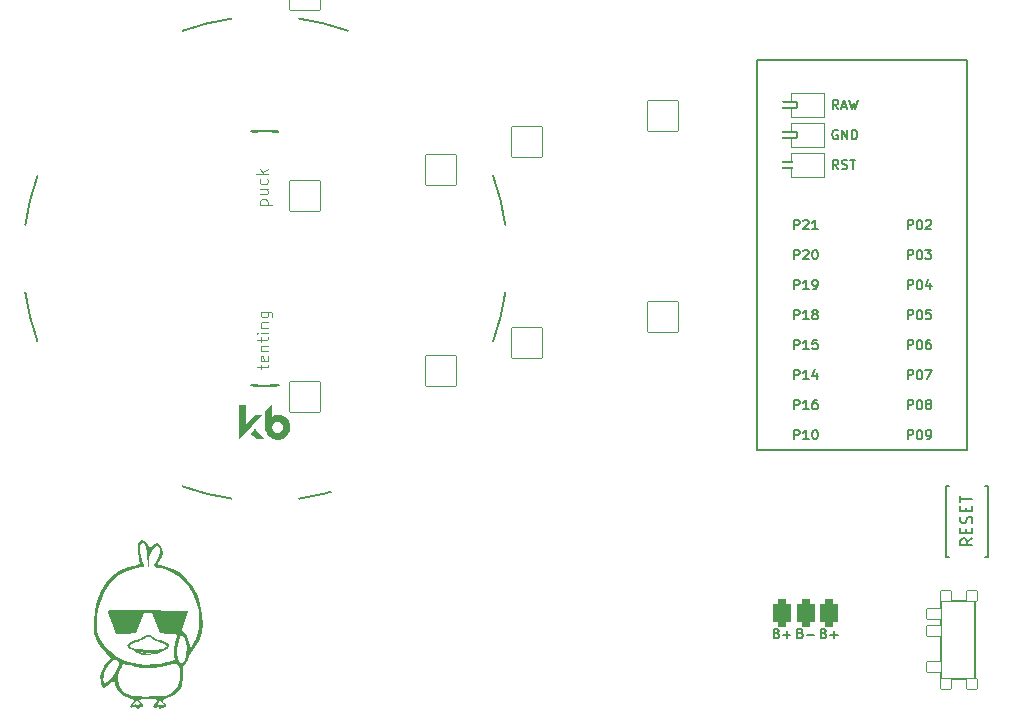
<source format=gto>
%TF.GenerationSoftware,KiCad,Pcbnew,(6.0.4)*%
%TF.CreationDate,2022-05-15T18:09:05+02:00*%
%TF.ProjectId,battoota,62617474-6f6f-4746-912e-6b696361645f,v1.0.0*%
%TF.SameCoordinates,Original*%
%TF.FileFunction,Legend,Top*%
%TF.FilePolarity,Positive*%
%FSLAX46Y46*%
G04 Gerber Fmt 4.6, Leading zero omitted, Abs format (unit mm)*
G04 Created by KiCad (PCBNEW (6.0.4)) date 2022-05-15 18:09:05*
%MOMM*%
%LPD*%
G01*
G04 APERTURE LIST*
G04 Aperture macros list*
%AMRoundRect*
0 Rectangle with rounded corners*
0 $1 Rounding radius*
0 $2 $3 $4 $5 $6 $7 $8 $9 X,Y pos of 4 corners*
0 Add a 4 corners polygon primitive as box body*
4,1,4,$2,$3,$4,$5,$6,$7,$8,$9,$2,$3,0*
0 Add four circle primitives for the rounded corners*
1,1,$1+$1,$2,$3*
1,1,$1+$1,$4,$5*
1,1,$1+$1,$6,$7*
1,1,$1+$1,$8,$9*
0 Add four rect primitives between the rounded corners*
20,1,$1+$1,$2,$3,$4,$5,0*
20,1,$1+$1,$4,$5,$6,$7,0*
20,1,$1+$1,$6,$7,$8,$9,0*
20,1,$1+$1,$8,$9,$2,$3,0*%
%AMFreePoly0*
4,1,16,0.535355,0.785355,0.550000,0.750000,0.550000,-0.750000,0.535355,-0.785355,0.500000,-0.800000,-0.650000,-0.800000,-0.685355,-0.785355,-0.700000,-0.750000,-0.691603,-0.722265,-0.210093,0.000000,-0.691603,0.722265,-0.699029,0.759806,-0.677735,0.791603,-0.650000,0.800000,0.500000,0.800000,0.535355,0.785355,0.535355,0.785355,$1*%
%AMFreePoly1*
4,1,16,0.535355,0.785355,0.541603,0.777735,1.041603,0.027735,1.049029,-0.009806,1.041603,-0.027735,0.541603,-0.777735,0.509806,-0.799029,0.500000,-0.800000,-0.500000,-0.800000,-0.535355,-0.785355,-0.550000,-0.750000,-0.550000,0.750000,-0.535355,0.785355,-0.500000,0.800000,0.500000,0.800000,0.535355,0.785355,0.535355,0.785355,$1*%
G04 Aperture macros list end*
%ADD10C,0.150000*%
%ADD11C,0.100000*%
%ADD12C,0.120000*%
%ADD13C,0.200000*%
%ADD14C,0.010000*%
%ADD15RoundRect,0.375000X-0.375000X-0.750000X0.375000X-0.750000X0.375000X0.750000X-0.375000X0.750000X0*%
%ADD16C,2.000000*%
%ADD17C,1.752600*%
%ADD18RoundRect,0.050000X-0.450000X0.450000X-0.450000X-0.450000X0.450000X-0.450000X0.450000X0.450000X0*%
%ADD19RoundRect,0.050000X-0.625000X0.450000X-0.625000X-0.450000X0.625000X-0.450000X0.625000X0.450000X0*%
%ADD20RoundRect,0.425000X-0.375000X-0.750000X0.375000X-0.750000X0.375000X0.750000X-0.375000X0.750000X0*%
%ADD21C,2.100000*%
%ADD22C,3.100000*%
%ADD23C,1.801800*%
%ADD24C,3.529000*%
%ADD25RoundRect,0.050000X-1.054507X-1.505993X1.505993X-1.054507X1.054507X1.505993X-1.505993X1.054507X0*%
%ADD26C,2.132000*%
%ADD27RoundRect,0.050000X-1.181751X-1.408356X1.408356X-1.181751X1.181751X1.408356X-1.408356X1.181751X0*%
%ADD28RoundRect,0.050000X-1.300000X-1.300000X1.300000X-1.300000X1.300000X1.300000X-1.300000X1.300000X0*%
%ADD29RoundRect,0.050000X-1.738315X-0.598550X0.598550X-1.738315X1.738315X0.598550X-0.598550X1.738315X0*%
%ADD30C,1.100000*%
%ADD31RoundRect,0.050000X-0.863113X-1.623279X1.623279X-0.863113X0.863113X1.623279X-1.623279X0.863113X0*%
%ADD32RoundRect,0.050000X-1.524167X-1.028064X1.028064X-1.524167X1.524167X1.028064X-1.028064X1.524167X0*%
%ADD33C,1.852600*%
%ADD34FreePoly0,180.000000*%
%ADD35RoundRect,0.050000X-0.762000X0.250000X-0.762000X-0.250000X0.762000X-0.250000X0.762000X0.250000X0*%
%ADD36FreePoly1,180.000000*%
%ADD37C,4.500000*%
G04 APERTURE END LIST*
D10*
%TO.C,PAD1*%
X149107300Y56420824D02*
X149221586Y56382729D01*
X149259681Y56344634D01*
X149297776Y56268443D01*
X149297776Y56154158D01*
X149259681Y56077967D01*
X149221586Y56039872D01*
X149145396Y56001777D01*
X148840634Y56001777D01*
X148840634Y56801777D01*
X149107300Y56801777D01*
X149183491Y56763682D01*
X149221586Y56725586D01*
X149259681Y56649396D01*
X149259681Y56573205D01*
X149221586Y56497015D01*
X149183491Y56458920D01*
X149107300Y56420824D01*
X148840634Y56420824D01*
X149640634Y56306539D02*
X150250157Y56306539D01*
X147107300Y56420824D02*
X147221586Y56382729D01*
X147259681Y56344634D01*
X147297776Y56268443D01*
X147297776Y56154158D01*
X147259681Y56077967D01*
X147221586Y56039872D01*
X147145396Y56001777D01*
X146840634Y56001777D01*
X146840634Y56801777D01*
X147107300Y56801777D01*
X147183491Y56763682D01*
X147221586Y56725586D01*
X147259681Y56649396D01*
X147259681Y56573205D01*
X147221586Y56497015D01*
X147183491Y56458920D01*
X147107300Y56420824D01*
X146840634Y56420824D01*
X147640634Y56306539D02*
X148250157Y56306539D01*
X147945396Y56001777D02*
X147945396Y56611301D01*
X151107300Y56420824D02*
X151221586Y56382729D01*
X151259681Y56344634D01*
X151297776Y56268443D01*
X151297776Y56154158D01*
X151259681Y56077967D01*
X151221586Y56039872D01*
X151145396Y56001777D01*
X150840634Y56001777D01*
X150840634Y56801777D01*
X151107300Y56801777D01*
X151183491Y56763682D01*
X151221586Y56725586D01*
X151259681Y56649396D01*
X151259681Y56573205D01*
X151221586Y56497015D01*
X151183491Y56458920D01*
X151107300Y56420824D01*
X150840634Y56420824D01*
X151640634Y56306539D02*
X152250157Y56306539D01*
X151945396Y56001777D02*
X151945396Y56611301D01*
%TO.C,B1*%
X163655571Y64450138D02*
X163179381Y64116804D01*
X163655571Y63878709D02*
X162655571Y63878709D01*
X162655571Y64259661D01*
X162703191Y64354899D01*
X162750810Y64402519D01*
X162846048Y64450138D01*
X162988905Y64450138D01*
X163084143Y64402519D01*
X163131762Y64354899D01*
X163179381Y64259661D01*
X163179381Y63878709D01*
X163131762Y64878709D02*
X163131762Y65212042D01*
X163655571Y65354899D02*
X163655571Y64878709D01*
X162655571Y64878709D01*
X162655571Y65354899D01*
X163607952Y65735852D02*
X163655571Y65878709D01*
X163655571Y66116804D01*
X163607952Y66212042D01*
X163560333Y66259661D01*
X163465095Y66307280D01*
X163369857Y66307280D01*
X163274619Y66259661D01*
X163227000Y66212042D01*
X163179381Y66116804D01*
X163131762Y65926328D01*
X163084143Y65831090D01*
X163036524Y65783471D01*
X162941286Y65735852D01*
X162846048Y65735852D01*
X162750810Y65783471D01*
X162703191Y65831090D01*
X162655571Y65926328D01*
X162655571Y66164423D01*
X162703191Y66307280D01*
X163131762Y66735852D02*
X163131762Y67069185D01*
X163655571Y67212042D02*
X163655571Y66735852D01*
X162655571Y66735852D01*
X162655571Y67212042D01*
X162655571Y67497757D02*
X162655571Y68069185D01*
X163655571Y67783471D02*
X162655571Y67783471D01*
%TO.C,MCU1*%
X158185784Y75380637D02*
X158185784Y76180637D01*
X158490546Y76180637D01*
X158566736Y76142542D01*
X158604832Y76104446D01*
X158642927Y76028256D01*
X158642927Y75913970D01*
X158604832Y75837780D01*
X158566736Y75799684D01*
X158490546Y75761589D01*
X158185784Y75761589D01*
X159138165Y76180637D02*
X159214355Y76180637D01*
X159290546Y76142542D01*
X159328641Y76104446D01*
X159366736Y76028256D01*
X159404832Y75875875D01*
X159404832Y75685399D01*
X159366736Y75533018D01*
X159328641Y75456827D01*
X159290546Y75418732D01*
X159214355Y75380637D01*
X159138165Y75380637D01*
X159061974Y75418732D01*
X159023879Y75456827D01*
X158985784Y75533018D01*
X158947689Y75685399D01*
X158947689Y75875875D01*
X158985784Y76028256D01*
X159023879Y76104446D01*
X159061974Y76142542D01*
X159138165Y76180637D01*
X159861974Y75837780D02*
X159785784Y75875875D01*
X159747689Y75913970D01*
X159709593Y75990161D01*
X159709593Y76028256D01*
X159747689Y76104446D01*
X159785784Y76142542D01*
X159861974Y76180637D01*
X160014355Y76180637D01*
X160090546Y76142542D01*
X160128641Y76104446D01*
X160166736Y76028256D01*
X160166736Y75990161D01*
X160128641Y75913970D01*
X160090546Y75875875D01*
X160014355Y75837780D01*
X159861974Y75837780D01*
X159785784Y75799684D01*
X159747689Y75761589D01*
X159709593Y75685399D01*
X159709593Y75533018D01*
X159747689Y75456827D01*
X159785784Y75418732D01*
X159861974Y75380637D01*
X160014355Y75380637D01*
X160090546Y75418732D01*
X160128641Y75456827D01*
X160166736Y75533018D01*
X160166736Y75685399D01*
X160128641Y75761589D01*
X160090546Y75799684D01*
X160014355Y75837780D01*
X148585784Y90620637D02*
X148585784Y91420637D01*
X148890546Y91420637D01*
X148966736Y91382542D01*
X149004832Y91344446D01*
X149042927Y91268256D01*
X149042927Y91153970D01*
X149004832Y91077780D01*
X148966736Y91039684D01*
X148890546Y91001589D01*
X148585784Y91001589D01*
X149347689Y91344446D02*
X149385784Y91382542D01*
X149461974Y91420637D01*
X149652451Y91420637D01*
X149728641Y91382542D01*
X149766736Y91344446D01*
X149804832Y91268256D01*
X149804832Y91192065D01*
X149766736Y91077780D01*
X149309593Y90620637D01*
X149804832Y90620637D01*
X150566736Y90620637D02*
X150109593Y90620637D01*
X150338165Y90620637D02*
X150338165Y91420637D01*
X150261974Y91306351D01*
X150185784Y91230161D01*
X150109593Y91192065D01*
X148585784Y77920637D02*
X148585784Y78720637D01*
X148890546Y78720637D01*
X148966736Y78682542D01*
X149004832Y78644446D01*
X149042927Y78568256D01*
X149042927Y78453970D01*
X149004832Y78377780D01*
X148966736Y78339684D01*
X148890546Y78301589D01*
X148585784Y78301589D01*
X149804832Y77920637D02*
X149347689Y77920637D01*
X149576260Y77920637D02*
X149576260Y78720637D01*
X149500070Y78606351D01*
X149423879Y78530161D01*
X149347689Y78492065D01*
X150490546Y78453970D02*
X150490546Y77920637D01*
X150300070Y78758732D02*
X150109593Y78187303D01*
X150604832Y78187303D01*
X148585784Y88080637D02*
X148585784Y88880637D01*
X148890546Y88880637D01*
X148966736Y88842542D01*
X149004832Y88804446D01*
X149042927Y88728256D01*
X149042927Y88613970D01*
X149004832Y88537780D01*
X148966736Y88499684D01*
X148890546Y88461589D01*
X148585784Y88461589D01*
X149347689Y88804446D02*
X149385784Y88842542D01*
X149461974Y88880637D01*
X149652451Y88880637D01*
X149728641Y88842542D01*
X149766736Y88804446D01*
X149804832Y88728256D01*
X149804832Y88652065D01*
X149766736Y88537780D01*
X149309593Y88080637D01*
X149804832Y88080637D01*
X150300070Y88880637D02*
X150376260Y88880637D01*
X150452451Y88842542D01*
X150490546Y88804446D01*
X150528641Y88728256D01*
X150566736Y88575875D01*
X150566736Y88385399D01*
X150528641Y88233018D01*
X150490546Y88156827D01*
X150452451Y88118732D01*
X150376260Y88080637D01*
X150300070Y88080637D01*
X150223879Y88118732D01*
X150185784Y88156827D01*
X150147689Y88233018D01*
X150109593Y88385399D01*
X150109593Y88575875D01*
X150147689Y88728256D01*
X150185784Y88804446D01*
X150223879Y88842542D01*
X150300070Y88880637D01*
X152305594Y95700637D02*
X152038928Y96081589D01*
X151848451Y95700637D02*
X151848451Y96500637D01*
X152153213Y96500637D01*
X152229404Y96462542D01*
X152267499Y96424446D01*
X152305594Y96348256D01*
X152305594Y96233970D01*
X152267499Y96157780D01*
X152229404Y96119684D01*
X152153213Y96081589D01*
X151848451Y96081589D01*
X152610356Y95738732D02*
X152724642Y95700637D01*
X152915118Y95700637D01*
X152991309Y95738732D01*
X153029404Y95776827D01*
X153067499Y95853018D01*
X153067499Y95929208D01*
X153029404Y96005399D01*
X152991309Y96043494D01*
X152915118Y96081589D01*
X152762737Y96119684D01*
X152686547Y96157780D01*
X152648451Y96195875D01*
X152610356Y96272065D01*
X152610356Y96348256D01*
X152648451Y96424446D01*
X152686547Y96462542D01*
X152762737Y96500637D01*
X152953213Y96500637D01*
X153067499Y96462542D01*
X153296070Y96500637D02*
X153753213Y96500637D01*
X153524642Y95700637D02*
X153524642Y96500637D01*
X158185784Y72840637D02*
X158185784Y73640637D01*
X158490546Y73640637D01*
X158566736Y73602542D01*
X158604832Y73564446D01*
X158642927Y73488256D01*
X158642927Y73373970D01*
X158604832Y73297780D01*
X158566736Y73259684D01*
X158490546Y73221589D01*
X158185784Y73221589D01*
X159138165Y73640637D02*
X159214355Y73640637D01*
X159290546Y73602542D01*
X159328641Y73564446D01*
X159366736Y73488256D01*
X159404832Y73335875D01*
X159404832Y73145399D01*
X159366736Y72993018D01*
X159328641Y72916827D01*
X159290546Y72878732D01*
X159214355Y72840637D01*
X159138165Y72840637D01*
X159061974Y72878732D01*
X159023879Y72916827D01*
X158985784Y72993018D01*
X158947689Y73145399D01*
X158947689Y73335875D01*
X158985784Y73488256D01*
X159023879Y73564446D01*
X159061974Y73602542D01*
X159138165Y73640637D01*
X159785784Y72840637D02*
X159938165Y72840637D01*
X160014355Y72878732D01*
X160052451Y72916827D01*
X160128641Y73031113D01*
X160166736Y73183494D01*
X160166736Y73488256D01*
X160128641Y73564446D01*
X160090546Y73602542D01*
X160014355Y73640637D01*
X159861974Y73640637D01*
X159785784Y73602542D01*
X159747689Y73564446D01*
X159709593Y73488256D01*
X159709593Y73297780D01*
X159747689Y73221589D01*
X159785784Y73183494D01*
X159861974Y73145399D01*
X160014355Y73145399D01*
X160090546Y73183494D01*
X160128641Y73221589D01*
X160166736Y73297780D01*
X148585784Y75380637D02*
X148585784Y76180637D01*
X148890546Y76180637D01*
X148966736Y76142542D01*
X149004832Y76104446D01*
X149042927Y76028256D01*
X149042927Y75913970D01*
X149004832Y75837780D01*
X148966736Y75799684D01*
X148890546Y75761589D01*
X148585784Y75761589D01*
X149804832Y75380637D02*
X149347689Y75380637D01*
X149576260Y75380637D02*
X149576260Y76180637D01*
X149500070Y76066351D01*
X149423879Y75990161D01*
X149347689Y75952065D01*
X150490546Y76180637D02*
X150338165Y76180637D01*
X150261974Y76142542D01*
X150223879Y76104446D01*
X150147689Y75990161D01*
X150109593Y75837780D01*
X150109593Y75533018D01*
X150147689Y75456827D01*
X150185784Y75418732D01*
X150261974Y75380637D01*
X150414355Y75380637D01*
X150490546Y75418732D01*
X150528641Y75456827D01*
X150566736Y75533018D01*
X150566736Y75723494D01*
X150528641Y75799684D01*
X150490546Y75837780D01*
X150414355Y75875875D01*
X150261974Y75875875D01*
X150185784Y75837780D01*
X150147689Y75799684D01*
X150109593Y75723494D01*
X152305595Y100780637D02*
X152038928Y101161589D01*
X151848452Y100780637D02*
X151848452Y101580637D01*
X152153214Y101580637D01*
X152229404Y101542542D01*
X152267499Y101504446D01*
X152305595Y101428256D01*
X152305595Y101313970D01*
X152267499Y101237780D01*
X152229404Y101199684D01*
X152153214Y101161589D01*
X151848452Y101161589D01*
X152610356Y101009208D02*
X152991309Y101009208D01*
X152534166Y100780637D02*
X152800833Y101580637D01*
X153067499Y100780637D01*
X153257976Y101580637D02*
X153448452Y100780637D01*
X153600833Y101352065D01*
X153753214Y100780637D01*
X153943690Y101580637D01*
X158185784Y90620637D02*
X158185784Y91420637D01*
X158490546Y91420637D01*
X158566736Y91382542D01*
X158604832Y91344446D01*
X158642927Y91268256D01*
X158642927Y91153970D01*
X158604832Y91077780D01*
X158566736Y91039684D01*
X158490546Y91001589D01*
X158185784Y91001589D01*
X159138165Y91420637D02*
X159214355Y91420637D01*
X159290546Y91382542D01*
X159328641Y91344446D01*
X159366736Y91268256D01*
X159404832Y91115875D01*
X159404832Y90925399D01*
X159366736Y90773018D01*
X159328641Y90696827D01*
X159290546Y90658732D01*
X159214355Y90620637D01*
X159138165Y90620637D01*
X159061974Y90658732D01*
X159023879Y90696827D01*
X158985784Y90773018D01*
X158947689Y90925399D01*
X158947689Y91115875D01*
X158985784Y91268256D01*
X159023879Y91344446D01*
X159061974Y91382542D01*
X159138165Y91420637D01*
X159709593Y91344446D02*
X159747689Y91382542D01*
X159823879Y91420637D01*
X160014355Y91420637D01*
X160090546Y91382542D01*
X160128641Y91344446D01*
X160166736Y91268256D01*
X160166736Y91192065D01*
X160128641Y91077780D01*
X159671498Y90620637D01*
X160166736Y90620637D01*
X148585784Y83000637D02*
X148585784Y83800637D01*
X148890546Y83800637D01*
X148966736Y83762542D01*
X149004832Y83724446D01*
X149042927Y83648256D01*
X149042927Y83533970D01*
X149004832Y83457780D01*
X148966736Y83419684D01*
X148890546Y83381589D01*
X148585784Y83381589D01*
X149804832Y83000637D02*
X149347689Y83000637D01*
X149576260Y83000637D02*
X149576260Y83800637D01*
X149500070Y83686351D01*
X149423879Y83610161D01*
X149347689Y83572065D01*
X150261974Y83457780D02*
X150185784Y83495875D01*
X150147689Y83533970D01*
X150109593Y83610161D01*
X150109593Y83648256D01*
X150147689Y83724446D01*
X150185784Y83762542D01*
X150261974Y83800637D01*
X150414355Y83800637D01*
X150490546Y83762542D01*
X150528641Y83724446D01*
X150566736Y83648256D01*
X150566736Y83610161D01*
X150528641Y83533970D01*
X150490546Y83495875D01*
X150414355Y83457780D01*
X150261974Y83457780D01*
X150185784Y83419684D01*
X150147689Y83381589D01*
X150109593Y83305399D01*
X150109593Y83153018D01*
X150147689Y83076827D01*
X150185784Y83038732D01*
X150261974Y83000637D01*
X150414355Y83000637D01*
X150490546Y83038732D01*
X150528641Y83076827D01*
X150566736Y83153018D01*
X150566736Y83305399D01*
X150528641Y83381589D01*
X150490546Y83419684D01*
X150414355Y83457780D01*
X148585784Y72840637D02*
X148585784Y73640637D01*
X148890546Y73640637D01*
X148966736Y73602542D01*
X149004832Y73564446D01*
X149042927Y73488256D01*
X149042927Y73373970D01*
X149004832Y73297780D01*
X148966736Y73259684D01*
X148890546Y73221589D01*
X148585784Y73221589D01*
X149804832Y72840637D02*
X149347689Y72840637D01*
X149576260Y72840637D02*
X149576260Y73640637D01*
X149500070Y73526351D01*
X149423879Y73450161D01*
X149347689Y73412065D01*
X150300070Y73640637D02*
X150376260Y73640637D01*
X150452451Y73602542D01*
X150490546Y73564446D01*
X150528641Y73488256D01*
X150566736Y73335875D01*
X150566736Y73145399D01*
X150528641Y72993018D01*
X150490546Y72916827D01*
X150452451Y72878732D01*
X150376260Y72840637D01*
X150300070Y72840637D01*
X150223879Y72878732D01*
X150185784Y72916827D01*
X150147689Y72993018D01*
X150109593Y73145399D01*
X150109593Y73335875D01*
X150147689Y73488256D01*
X150185784Y73564446D01*
X150223879Y73602542D01*
X150300070Y73640637D01*
X158185784Y88080637D02*
X158185784Y88880637D01*
X158490546Y88880637D01*
X158566736Y88842542D01*
X158604832Y88804446D01*
X158642927Y88728256D01*
X158642927Y88613970D01*
X158604832Y88537780D01*
X158566736Y88499684D01*
X158490546Y88461589D01*
X158185784Y88461589D01*
X159138165Y88880637D02*
X159214355Y88880637D01*
X159290546Y88842542D01*
X159328641Y88804446D01*
X159366736Y88728256D01*
X159404832Y88575875D01*
X159404832Y88385399D01*
X159366736Y88233018D01*
X159328641Y88156827D01*
X159290546Y88118732D01*
X159214355Y88080637D01*
X159138165Y88080637D01*
X159061974Y88118732D01*
X159023879Y88156827D01*
X158985784Y88233018D01*
X158947689Y88385399D01*
X158947689Y88575875D01*
X158985784Y88728256D01*
X159023879Y88804446D01*
X159061974Y88842542D01*
X159138165Y88880637D01*
X159671498Y88880637D02*
X160166736Y88880637D01*
X159900070Y88575875D01*
X160014355Y88575875D01*
X160090546Y88537780D01*
X160128641Y88499684D01*
X160166736Y88423494D01*
X160166736Y88233018D01*
X160128641Y88156827D01*
X160090546Y88118732D01*
X160014355Y88080637D01*
X159785784Y88080637D01*
X159709593Y88118732D01*
X159671498Y88156827D01*
X158185784Y77920637D02*
X158185784Y78720637D01*
X158490546Y78720637D01*
X158566736Y78682542D01*
X158604832Y78644446D01*
X158642927Y78568256D01*
X158642927Y78453970D01*
X158604832Y78377780D01*
X158566736Y78339684D01*
X158490546Y78301589D01*
X158185784Y78301589D01*
X159138165Y78720637D02*
X159214355Y78720637D01*
X159290546Y78682542D01*
X159328641Y78644446D01*
X159366736Y78568256D01*
X159404832Y78415875D01*
X159404832Y78225399D01*
X159366736Y78073018D01*
X159328641Y77996827D01*
X159290546Y77958732D01*
X159214355Y77920637D01*
X159138165Y77920637D01*
X159061974Y77958732D01*
X159023879Y77996827D01*
X158985784Y78073018D01*
X158947689Y78225399D01*
X158947689Y78415875D01*
X158985784Y78568256D01*
X159023879Y78644446D01*
X159061974Y78682542D01*
X159138165Y78720637D01*
X159671498Y78720637D02*
X160204832Y78720637D01*
X159861974Y77920637D01*
X148585784Y85540637D02*
X148585784Y86340637D01*
X148890546Y86340637D01*
X148966736Y86302542D01*
X149004832Y86264446D01*
X149042927Y86188256D01*
X149042927Y86073970D01*
X149004832Y85997780D01*
X148966736Y85959684D01*
X148890546Y85921589D01*
X148585784Y85921589D01*
X149804832Y85540637D02*
X149347689Y85540637D01*
X149576260Y85540637D02*
X149576260Y86340637D01*
X149500070Y86226351D01*
X149423879Y86150161D01*
X149347689Y86112065D01*
X150185784Y85540637D02*
X150338165Y85540637D01*
X150414355Y85578732D01*
X150452451Y85616827D01*
X150528641Y85731113D01*
X150566736Y85883494D01*
X150566736Y86188256D01*
X150528641Y86264446D01*
X150490546Y86302542D01*
X150414355Y86340637D01*
X150261974Y86340637D01*
X150185784Y86302542D01*
X150147689Y86264446D01*
X150109593Y86188256D01*
X150109593Y85997780D01*
X150147689Y85921589D01*
X150185784Y85883494D01*
X150261974Y85845399D01*
X150414355Y85845399D01*
X150490546Y85883494D01*
X150528641Y85921589D01*
X150566736Y85997780D01*
X152248452Y99002542D02*
X152172261Y99040637D01*
X152057976Y99040637D01*
X151943690Y99002542D01*
X151867499Y98926351D01*
X151829404Y98850161D01*
X151791309Y98697780D01*
X151791309Y98583494D01*
X151829404Y98431113D01*
X151867499Y98354922D01*
X151943690Y98278732D01*
X152057976Y98240637D01*
X152134166Y98240637D01*
X152248452Y98278732D01*
X152286547Y98316827D01*
X152286547Y98583494D01*
X152134166Y98583494D01*
X152629404Y98240637D02*
X152629404Y99040637D01*
X153086547Y98240637D01*
X153086547Y99040637D01*
X153467499Y98240637D02*
X153467499Y99040637D01*
X153657976Y99040637D01*
X153772261Y99002542D01*
X153848452Y98926351D01*
X153886547Y98850161D01*
X153924642Y98697780D01*
X153924642Y98583494D01*
X153886547Y98431113D01*
X153848452Y98354922D01*
X153772261Y98278732D01*
X153657976Y98240637D01*
X153467499Y98240637D01*
X158185784Y85540637D02*
X158185784Y86340637D01*
X158490546Y86340637D01*
X158566736Y86302542D01*
X158604832Y86264446D01*
X158642927Y86188256D01*
X158642927Y86073970D01*
X158604832Y85997780D01*
X158566736Y85959684D01*
X158490546Y85921589D01*
X158185784Y85921589D01*
X159138165Y86340637D02*
X159214355Y86340637D01*
X159290546Y86302542D01*
X159328641Y86264446D01*
X159366736Y86188256D01*
X159404832Y86035875D01*
X159404832Y85845399D01*
X159366736Y85693018D01*
X159328641Y85616827D01*
X159290546Y85578732D01*
X159214355Y85540637D01*
X159138165Y85540637D01*
X159061974Y85578732D01*
X159023879Y85616827D01*
X158985784Y85693018D01*
X158947689Y85845399D01*
X158947689Y86035875D01*
X158985784Y86188256D01*
X159023879Y86264446D01*
X159061974Y86302542D01*
X159138165Y86340637D01*
X160090546Y86073970D02*
X160090546Y85540637D01*
X159900070Y86378732D02*
X159709593Y85807303D01*
X160204832Y85807303D01*
X158185784Y83000637D02*
X158185784Y83800637D01*
X158490546Y83800637D01*
X158566736Y83762542D01*
X158604832Y83724446D01*
X158642927Y83648256D01*
X158642927Y83533970D01*
X158604832Y83457780D01*
X158566736Y83419684D01*
X158490546Y83381589D01*
X158185784Y83381589D01*
X159138165Y83800637D02*
X159214355Y83800637D01*
X159290546Y83762542D01*
X159328641Y83724446D01*
X159366736Y83648256D01*
X159404832Y83495875D01*
X159404832Y83305399D01*
X159366736Y83153018D01*
X159328641Y83076827D01*
X159290546Y83038732D01*
X159214355Y83000637D01*
X159138165Y83000637D01*
X159061974Y83038732D01*
X159023879Y83076827D01*
X158985784Y83153018D01*
X158947689Y83305399D01*
X158947689Y83495875D01*
X158985784Y83648256D01*
X159023879Y83724446D01*
X159061974Y83762542D01*
X159138165Y83800637D01*
X160128641Y83800637D02*
X159747689Y83800637D01*
X159709593Y83419684D01*
X159747689Y83457780D01*
X159823879Y83495875D01*
X160014355Y83495875D01*
X160090546Y83457780D01*
X160128641Y83419684D01*
X160166736Y83343494D01*
X160166736Y83153018D01*
X160128641Y83076827D01*
X160090546Y83038732D01*
X160014355Y83000637D01*
X159823879Y83000637D01*
X159747689Y83038732D01*
X159709593Y83076827D01*
X148585784Y80460637D02*
X148585784Y81260637D01*
X148890546Y81260637D01*
X148966736Y81222542D01*
X149004832Y81184446D01*
X149042927Y81108256D01*
X149042927Y80993970D01*
X149004832Y80917780D01*
X148966736Y80879684D01*
X148890546Y80841589D01*
X148585784Y80841589D01*
X149804832Y80460637D02*
X149347689Y80460637D01*
X149576260Y80460637D02*
X149576260Y81260637D01*
X149500070Y81146351D01*
X149423879Y81070161D01*
X149347689Y81032065D01*
X150528641Y81260637D02*
X150147689Y81260637D01*
X150109593Y80879684D01*
X150147689Y80917780D01*
X150223879Y80955875D01*
X150414355Y80955875D01*
X150490546Y80917780D01*
X150528641Y80879684D01*
X150566736Y80803494D01*
X150566736Y80613018D01*
X150528641Y80536827D01*
X150490546Y80498732D01*
X150414355Y80460637D01*
X150223879Y80460637D01*
X150147689Y80498732D01*
X150109593Y80536827D01*
X158185784Y80460637D02*
X158185784Y81260637D01*
X158490546Y81260637D01*
X158566736Y81222542D01*
X158604832Y81184446D01*
X158642927Y81108256D01*
X158642927Y80993970D01*
X158604832Y80917780D01*
X158566736Y80879684D01*
X158490546Y80841589D01*
X158185784Y80841589D01*
X159138165Y81260637D02*
X159214355Y81260637D01*
X159290546Y81222542D01*
X159328641Y81184446D01*
X159366736Y81108256D01*
X159404832Y80955875D01*
X159404832Y80765399D01*
X159366736Y80613018D01*
X159328641Y80536827D01*
X159290546Y80498732D01*
X159214355Y80460637D01*
X159138165Y80460637D01*
X159061974Y80498732D01*
X159023879Y80536827D01*
X158985784Y80613018D01*
X158947689Y80765399D01*
X158947689Y80955875D01*
X158985784Y81108256D01*
X159023879Y81184446D01*
X159061974Y81222542D01*
X159138165Y81260637D01*
X160090546Y81260637D02*
X159938165Y81260637D01*
X159861974Y81222542D01*
X159823879Y81184446D01*
X159747689Y81070161D01*
X159709593Y80917780D01*
X159709593Y80613018D01*
X159747689Y80536827D01*
X159785784Y80498732D01*
X159861974Y80460637D01*
X160014355Y80460637D01*
X160090546Y80498732D01*
X160128641Y80536827D01*
X160166736Y80613018D01*
X160166736Y80803494D01*
X160128641Y80879684D01*
X160090546Y80917780D01*
X160014355Y80955875D01*
X159861974Y80955875D01*
X159785784Y80917780D01*
X159747689Y80879684D01*
X159709593Y80803494D01*
D11*
%TO.C,REF\u002A\u002A*%
X103392434Y78783427D02*
X103392434Y79164379D01*
X103059100Y78926284D02*
X103916243Y78926284D01*
X104011481Y78973903D01*
X104059100Y79069141D01*
X104059100Y79164379D01*
X104011481Y79878665D02*
X104059100Y79783427D01*
X104059100Y79592950D01*
X104011481Y79497712D01*
X103916243Y79450093D01*
X103535291Y79450093D01*
X103440053Y79497712D01*
X103392434Y79592950D01*
X103392434Y79783427D01*
X103440053Y79878665D01*
X103535291Y79926284D01*
X103630529Y79926284D01*
X103725767Y79450093D01*
X103392434Y80354855D02*
X104059100Y80354855D01*
X103487672Y80354855D02*
X103440053Y80402474D01*
X103392434Y80497712D01*
X103392434Y80640569D01*
X103440053Y80735807D01*
X103535291Y80783427D01*
X104059100Y80783427D01*
X103392434Y81116760D02*
X103392434Y81497712D01*
X103059100Y81259617D02*
X103916243Y81259617D01*
X104011481Y81307236D01*
X104059100Y81402474D01*
X104059100Y81497712D01*
X104059100Y81831046D02*
X103392434Y81831046D01*
X103059100Y81831046D02*
X103106720Y81783427D01*
X103154339Y81831046D01*
X103106720Y81878665D01*
X103059100Y81831046D01*
X103154339Y81831046D01*
X103392434Y82307236D02*
X104059100Y82307236D01*
X103487672Y82307236D02*
X103440053Y82354855D01*
X103392434Y82450093D01*
X103392434Y82592950D01*
X103440053Y82688188D01*
X103535291Y82735807D01*
X104059100Y82735807D01*
X103392434Y83640569D02*
X104201958Y83640569D01*
X104297196Y83592950D01*
X104344815Y83545331D01*
X104392434Y83450093D01*
X104392434Y83307236D01*
X104344815Y83211998D01*
X104011481Y83640569D02*
X104059100Y83545331D01*
X104059100Y83354855D01*
X104011481Y83259617D01*
X103963862Y83211998D01*
X103868624Y83164379D01*
X103582910Y83164379D01*
X103487672Y83211998D01*
X103440053Y83259617D01*
X103392434Y83354855D01*
X103392434Y83545331D01*
X103440053Y83640569D01*
X103328934Y92673927D02*
X104328934Y92673927D01*
X103376553Y92673927D02*
X103328934Y92769165D01*
X103328934Y92959641D01*
X103376553Y93054879D01*
X103424172Y93102498D01*
X103519410Y93150117D01*
X103805124Y93150117D01*
X103900362Y93102498D01*
X103947981Y93054879D01*
X103995600Y92959641D01*
X103995600Y92769165D01*
X103947981Y92673927D01*
X103328934Y94007260D02*
X103995600Y94007260D01*
X103328934Y93578688D02*
X103852743Y93578688D01*
X103947981Y93626307D01*
X103995600Y93721546D01*
X103995600Y93864403D01*
X103947981Y93959641D01*
X103900362Y94007260D01*
X103947981Y94912022D02*
X103995600Y94816784D01*
X103995600Y94626307D01*
X103947981Y94531069D01*
X103900362Y94483450D01*
X103805124Y94435831D01*
X103519410Y94435831D01*
X103424172Y94483450D01*
X103376553Y94531069D01*
X103328934Y94626307D01*
X103328934Y94816784D01*
X103376553Y94912022D01*
X103995600Y95340593D02*
X102995600Y95340593D01*
X103614648Y95435831D02*
X103995600Y95721546D01*
X103328934Y95721546D02*
X103709886Y95340593D01*
D10*
%TO.C,T1*%
X163850140Y59144619D02*
X161000140Y59144619D01*
X163850140Y53894619D02*
X163850140Y57794619D01*
X161000140Y59144619D02*
X161000140Y52544619D01*
X163850140Y55844619D02*
X163850140Y52544619D01*
X161000140Y52544619D02*
X163850140Y52544619D01*
X163850140Y55844619D02*
X163850140Y59144619D01*
%TO.C,B1*%
X161453191Y62902519D02*
X161453191Y68902519D01*
X164953191Y62902519D02*
X164953191Y68902519D01*
X161453191Y68902519D02*
X161703191Y68902519D01*
X164953191Y62902519D02*
X164703191Y62902519D01*
X164953191Y68902519D02*
X164703191Y68902519D01*
X161453191Y62902519D02*
X161703191Y62902519D01*
%TO.C,G\u002A\u002A\u002A*%
G36*
X92883978Y54811439D02*
G01*
X92740255Y54880814D01*
X92407058Y55056231D01*
X92211599Y55193916D01*
X92131416Y55310999D01*
X92130646Y55316839D01*
X92306885Y55316839D01*
X92323310Y55295956D01*
X92503738Y55201096D01*
X92814003Y55123189D01*
X93215242Y55064583D01*
X93668589Y55027628D01*
X94135180Y55014670D01*
X94576151Y55028060D01*
X94952637Y55070144D01*
X95174422Y55123679D01*
X95401772Y55233273D01*
X95460472Y55348492D01*
X95351061Y55468035D01*
X95074080Y55590598D01*
X94966078Y55625429D01*
X94664565Y55735323D01*
X94407590Y55860367D01*
X94283288Y55946404D01*
X94021677Y56093383D01*
X93736622Y56076183D01*
X93509613Y55948664D01*
X93306784Y55830100D01*
X93019752Y55709005D01*
X92844401Y55651219D01*
X92514387Y55534275D01*
X92332107Y55420696D01*
X92306885Y55316839D01*
X92130646Y55316839D01*
X92126422Y55348860D01*
X92205522Y55535943D01*
X92420663Y55696920D01*
X92738600Y55809825D01*
X92858300Y55832470D01*
X93154436Y55920791D01*
X93435028Y56068739D01*
X93454272Y56082600D01*
X93752550Y56247693D01*
X94019947Y56257391D01*
X94293936Y56111220D01*
X94343195Y56071400D01*
X94555160Y55931295D01*
X94751676Y55860051D01*
X94778751Y55857874D01*
X94966352Y55822347D01*
X95222502Y55735067D01*
X95328663Y55689960D01*
X95559074Y55566867D01*
X95659234Y55452976D01*
X95667330Y55340633D01*
X95591473Y55163612D01*
X95513088Y55091950D01*
X95111759Y54891462D01*
X94805697Y54759395D01*
X94543443Y54679643D01*
X94273536Y54636100D01*
X93989088Y54614958D01*
X93653008Y54603783D01*
X93402897Y54622991D01*
X93169604Y54687303D01*
X93109985Y54713214D01*
X93673799Y54713214D01*
X93780173Y54699930D01*
X93904422Y54697460D01*
X94087543Y54704065D01*
X94137812Y54720951D01*
X94094922Y54734152D01*
X93848204Y54748159D01*
X93713922Y54734152D01*
X93673799Y54713214D01*
X93109985Y54713214D01*
X92957906Y54779309D01*
X93263810Y54779309D01*
X93347033Y54765751D01*
X93456847Y54781317D01*
X93458158Y54810219D01*
X93344841Y54830431D01*
X93295880Y54816903D01*
X93263810Y54779309D01*
X92957906Y54779309D01*
X92883978Y54811439D01*
G37*
G36*
X94497088Y50503045D02*
G01*
X94643295Y50652401D01*
X94666692Y50756195D01*
X94555768Y50821445D01*
X94299012Y50855169D01*
X93904422Y50864400D01*
X93568863Y50857043D01*
X93308698Y50837338D01*
X93161697Y50808830D01*
X93142422Y50792855D01*
X93199034Y50688346D01*
X93311755Y50568066D01*
X93447142Y50400898D01*
X93476988Y50265739D01*
X93400694Y50201812D01*
X93317223Y50210169D01*
X93160615Y50195335D01*
X93108213Y50135377D01*
X93006711Y50026556D01*
X92885968Y50061683D01*
X92834968Y50143183D01*
X92754841Y50223695D01*
X92631524Y50185516D01*
X92462694Y50111812D01*
X92392654Y50148018D01*
X92380422Y50271016D01*
X92421728Y50379808D01*
X92582791Y50379808D01*
X92677340Y50385158D01*
X92749034Y50430786D01*
X92849174Y50473905D01*
X92916959Y50373574D01*
X92929388Y50337018D01*
X92980358Y50214712D01*
X93017398Y50247358D01*
X93029700Y50288207D01*
X93124266Y50392124D01*
X93211226Y50386159D01*
X93282980Y50379386D01*
X93221385Y50454321D01*
X93173785Y50496685D01*
X93022640Y50657352D01*
X92947636Y50779733D01*
X92909598Y50852446D01*
X92895106Y50761545D01*
X92821498Y50610467D01*
X92711837Y50521852D01*
X92594181Y50433079D01*
X92582791Y50379808D01*
X92421728Y50379808D01*
X92447013Y50446405D01*
X92549755Y50545382D01*
X92693986Y50671444D01*
X92682018Y50778173D01*
X92509132Y50871978D01*
X92258894Y50940441D01*
X91805541Y51124714D01*
X91433524Y51442555D01*
X91170096Y51867066D01*
X91092709Y52091419D01*
X90991439Y52470057D01*
X90775764Y52332967D01*
X90561682Y52165937D01*
X90369908Y51974638D01*
X90179727Y51753400D01*
X90000313Y51965066D01*
X89869742Y52239974D01*
X89848473Y52501801D01*
X90095204Y52501801D01*
X90102772Y52276291D01*
X90139765Y52147704D01*
X90163941Y52134400D01*
X90256374Y52188909D01*
X90430173Y52331426D01*
X90603135Y52489954D01*
X91293284Y52489954D01*
X91375226Y52110208D01*
X91476501Y51873648D01*
X91654061Y51601911D01*
X91877885Y51393116D01*
X92168936Y51241165D01*
X92548174Y51139962D01*
X93036561Y51083409D01*
X93655058Y51065408D01*
X94226220Y51073792D01*
X94708800Y51090617D01*
X95060360Y51114249D01*
X95319209Y51150426D01*
X95523658Y51204883D01*
X95712015Y51283357D01*
X95750220Y51301989D01*
X96123921Y51577407D01*
X96396496Y51966219D01*
X96555900Y52437813D01*
X96590089Y52961576D01*
X96540529Y53310769D01*
X96455508Y53618649D01*
X96347306Y53796201D01*
X96181045Y53859979D01*
X95921846Y53826536D01*
X95630184Y53742813D01*
X94953530Y53587774D01*
X94197082Y53510253D01*
X93433171Y53513392D01*
X92734127Y53600336D01*
X92668971Y53614115D01*
X92335075Y53693216D01*
X92053420Y53769503D01*
X91875159Y53828891D01*
X91854808Y53838335D01*
X91752825Y53860391D01*
X91681082Y53771888D01*
X91623707Y53593361D01*
X91533656Y53336287D01*
X91426116Y53126554D01*
X91411179Y53105450D01*
X91304319Y52839623D01*
X91293284Y52489954D01*
X90603135Y52489954D01*
X90635426Y52519550D01*
X90866152Y52778902D01*
X91090809Y53095367D01*
X91281265Y53421544D01*
X91409387Y53710034D01*
X91448261Y53889059D01*
X91380701Y53995723D01*
X91215710Y54113267D01*
X91203142Y54119902D01*
X91054781Y54186990D01*
X90944970Y54184016D01*
X90822020Y54091411D01*
X90654733Y53912295D01*
X90448858Y53651510D01*
X90275909Y53376808D01*
X90223346Y53268946D01*
X90158061Y53047223D01*
X90114491Y52775143D01*
X90095204Y52501801D01*
X89848473Y52501801D01*
X89840202Y52603612D01*
X89902370Y53016274D01*
X90046922Y53438258D01*
X90264536Y53829856D01*
X90504870Y54113825D01*
X90761494Y54357583D01*
X90302999Y54776621D01*
X89826443Y55321596D01*
X89567296Y55759042D01*
X89447141Y56012240D01*
X89368080Y56220018D01*
X89321752Y56429518D01*
X89299794Y56687883D01*
X89293841Y57042258D01*
X89294371Y57297579D01*
X89297495Y57341400D01*
X89553696Y57341400D01*
X89557400Y56928222D01*
X89578822Y56628157D01*
X89627684Y56385171D01*
X89713705Y56143232D01*
X89792844Y55962855D01*
X90136304Y55401988D01*
X90621028Y54892268D01*
X91222119Y54452211D01*
X91914683Y54100333D01*
X92603812Y53872265D01*
X93082786Y53794861D01*
X93663314Y53766986D01*
X94285788Y53786196D01*
X94890603Y53850046D01*
X95418152Y53956093D01*
X95543239Y53992802D01*
X96123723Y54178753D01*
X96070295Y54617077D01*
X96079465Y55080285D01*
X96325881Y55080285D01*
X96327710Y54677744D01*
X96375168Y54316992D01*
X96467775Y54056944D01*
X96475134Y54045253D01*
X96628143Y53811733D01*
X96826284Y53997877D01*
X96966130Y54193782D01*
X97086957Y54469968D01*
X97121864Y54590190D01*
X97176721Y55146150D01*
X97084261Y55689335D01*
X96907681Y56083336D01*
X96784247Y56274447D01*
X96713207Y56333717D01*
X96666647Y56278387D01*
X96652846Y56240733D01*
X96579443Y56050036D01*
X96475242Y55806585D01*
X96461032Y55775066D01*
X96370162Y55465698D01*
X96325881Y55080285D01*
X96079465Y55080285D01*
X96082096Y55213210D01*
X96150582Y55521066D01*
X96262396Y55901980D01*
X96322245Y56147438D01*
X96311960Y56287910D01*
X96213374Y56353867D01*
X96008320Y56375778D01*
X95678630Y56384113D01*
X95635186Y56385469D01*
X94892188Y56410066D01*
X94545362Y57256733D01*
X94198535Y58103400D01*
X93537991Y58103400D01*
X92844243Y56410066D01*
X91992187Y56386102D01*
X91140130Y56362137D01*
X90785489Y57302541D01*
X90651479Y57677144D01*
X90550559Y57997120D01*
X90492705Y58227962D01*
X90487272Y58334241D01*
X90565612Y58358671D01*
X90770969Y58376347D01*
X91110443Y58387339D01*
X91591135Y58391713D01*
X92220147Y58389538D01*
X93004578Y58380882D01*
X93892620Y58366851D01*
X94628610Y58353119D01*
X95310377Y58338793D01*
X95919653Y58324376D01*
X96438166Y58310372D01*
X96847646Y58297287D01*
X97129824Y58285624D01*
X97266428Y58275889D01*
X97276286Y58273424D01*
X97264632Y58184166D01*
X97205275Y57971704D01*
X97108818Y57671815D01*
X97032008Y57449106D01*
X96752989Y56659530D01*
X96977731Y56434787D01*
X97139512Y56205119D01*
X97287131Y55877216D01*
X97345176Y55696772D01*
X97487878Y55183498D01*
X97700397Y55496248D01*
X97963013Y55953635D01*
X98127499Y56429344D01*
X98208157Y56975786D01*
X98222422Y57409186D01*
X98153236Y58317446D01*
X97951835Y59154138D01*
X97627455Y59906649D01*
X97189332Y60562370D01*
X96646702Y61108689D01*
X96008799Y61532995D01*
X95284861Y61822677D01*
X94928718Y61906649D01*
X94599418Y61983285D01*
X94428121Y62077514D01*
X94403843Y62217712D01*
X94515598Y62432257D01*
X94652421Y62620354D01*
X94830072Y62942212D01*
X94878088Y63278409D01*
X94844099Y63599871D01*
X94740227Y63769180D01*
X94563612Y63789686D01*
X94470459Y63756294D01*
X94256563Y63572819D01*
X94090860Y63257823D01*
X93987793Y62845723D01*
X93961254Y62542942D01*
X93942369Y62227069D01*
X93913023Y62069667D01*
X93879665Y62060719D01*
X93848740Y62190208D01*
X93826695Y62448119D01*
X93819755Y62762786D01*
X93794031Y63302679D01*
X93718779Y63706619D01*
X93596879Y63965572D01*
X93431210Y64070503D01*
X93402355Y64072400D01*
X93240506Y63997740D01*
X93178928Y63867659D01*
X93168326Y63649227D01*
X93203966Y63327445D01*
X93275583Y62958591D01*
X93372909Y62598940D01*
X93448998Y62387233D01*
X93520542Y62193920D01*
X93546125Y62082449D01*
X93543788Y62074878D01*
X93455295Y62047212D01*
X93243659Y61996299D01*
X92951733Y61932349D01*
X92901052Y61921718D01*
X92094895Y61683228D01*
X91407043Y61325848D01*
X90829831Y60843852D01*
X90355594Y60231511D01*
X90150404Y59866170D01*
X89844649Y59165956D01*
X89655204Y58486382D01*
X89565908Y57759066D01*
X89553696Y57341400D01*
X89297495Y57341400D01*
X89363677Y58269694D01*
X89557951Y59160199D01*
X89870025Y59958686D01*
X90292730Y60654747D01*
X90818899Y61237974D01*
X91441364Y61697957D01*
X92152957Y62024288D01*
X92640005Y62155797D01*
X92910572Y62216488D01*
X93107206Y62270853D01*
X93176676Y62300432D01*
X93180759Y62399663D01*
X93145166Y62609747D01*
X93097975Y62806337D01*
X92993959Y63324682D01*
X92978234Y63751062D01*
X93050080Y64065427D01*
X93148207Y64204636D01*
X93288440Y64307755D01*
X93415811Y64302972D01*
X93550374Y64235849D01*
X93757738Y64062353D01*
X93889118Y63876231D01*
X94000814Y63643880D01*
X94255447Y63858140D01*
X94465557Y64016970D01*
X94614991Y64056293D01*
X94762434Y63976714D01*
X94881937Y63864582D01*
X95052086Y63582213D01*
X95095465Y63231293D01*
X95012346Y62855224D01*
X94873903Y62592622D01*
X94750576Y62399963D01*
X94685927Y62277032D01*
X94683403Y62256510D01*
X94773050Y62230420D01*
X94979276Y62181344D01*
X95193103Y62133920D01*
X95946464Y61887855D01*
X96621090Y61496722D01*
X97208237Y60969645D01*
X97699161Y60315748D01*
X98085118Y59544155D01*
X98301239Y58890731D01*
X98476901Y58009790D01*
X98519445Y57191338D01*
X98430843Y56447007D01*
X98213068Y55788428D01*
X97868093Y55227231D01*
X97637308Y54976059D01*
X97473252Y54785159D01*
X97382263Y54611451D01*
X97375755Y54570520D01*
X97333745Y54375923D01*
X97229657Y54132103D01*
X97096407Y53901142D01*
X96966910Y53745125D01*
X96923569Y53717622D01*
X96862620Y53652314D01*
X96826491Y53494962D01*
X96811185Y53217437D01*
X96810852Y52924013D01*
X96806347Y52515991D01*
X96776410Y52219573D01*
X96711941Y51977819D01*
X96628666Y51784018D01*
X96338971Y51371594D01*
X95938500Y51071362D01*
X95461927Y50909110D01*
X95449588Y50907085D01*
X95193056Y50836684D01*
X95098588Y50736465D01*
X95168749Y50611297D01*
X95259088Y50545382D01*
X95394479Y50409715D01*
X95419029Y50274923D01*
X95330265Y50193370D01*
X95276022Y50187066D01*
X95084469Y50130817D01*
X95016322Y50081233D01*
X94911884Y50026348D01*
X94806703Y50114193D01*
X94795850Y50128633D01*
X94684763Y50221542D01*
X94627219Y50192133D01*
X94510362Y50109045D01*
X94383563Y50127496D01*
X94327755Y50230229D01*
X94363786Y50319728D01*
X94534456Y50319728D01*
X94548861Y50309933D01*
X94611115Y50354962D01*
X94740775Y50428040D01*
X94827524Y50366648D01*
X94862211Y50310067D01*
X94937077Y50200571D01*
X94974362Y50237014D01*
X94986321Y50288207D01*
X95072375Y50393271D01*
X95158559Y50389280D01*
X95217430Y50391348D01*
X95130255Y50474349D01*
X95110922Y50488967D01*
X94967179Y50640336D01*
X94913737Y50768893D01*
X94899684Y50857263D01*
X94860890Y50780451D01*
X94860628Y50779733D01*
X94774293Y50627497D01*
X94634478Y50443629D01*
X94534456Y50319728D01*
X94363786Y50319728D01*
X94387506Y50378647D01*
X94497088Y50503045D01*
G37*
D12*
%TO.C,MCU1*%
X151118690Y99602542D02*
X151118690Y97602542D01*
X148318690Y99602542D02*
X151118690Y99602542D01*
X148318690Y97062542D02*
X151118690Y97062542D01*
D10*
X163247213Y104952542D02*
X145467213Y104952542D01*
D12*
X148318690Y102142542D02*
X151118690Y102142542D01*
X151118690Y97062542D02*
X151118690Y95062542D01*
X148318690Y97602542D02*
X148318690Y98272542D01*
X148318690Y95062542D02*
X148318690Y95747542D01*
X151118690Y95062542D02*
X148318690Y95062542D01*
X151118690Y102142542D02*
X151118690Y100142542D01*
D10*
X145467213Y71932542D02*
X163247213Y71932542D01*
D12*
X148318690Y96397542D02*
X148318690Y97062542D01*
X148318690Y101472542D02*
X148318690Y102142542D01*
D10*
X145467213Y104952542D02*
X145467213Y71932542D01*
D12*
X151118690Y100142542D02*
X148318690Y100142542D01*
D10*
X163247213Y71932542D02*
X163247213Y104952542D01*
D12*
X148318690Y98922542D02*
X148318690Y99602542D01*
X151118690Y97602542D02*
X148318690Y97602542D01*
X148318690Y100142542D02*
X148318690Y100822542D01*
D13*
%TO.C,REF\u002A\u002A*%
X124117220Y90998927D02*
G75*
G03*
X123083355Y95149472I-20320019J-2857506D01*
G01*
X104925605Y98877290D02*
G75*
G03*
X103797220Y98936427I-1128385J-10735763D01*
G01*
X102587299Y77432504D02*
G75*
G03*
X103715684Y77373368I1128379J10735785D01*
G01*
X96789174Y68855292D02*
G75*
G03*
X100939720Y67821427I7008046J19286135D01*
G01*
X102668835Y77405563D02*
G75*
G03*
X103797220Y77346427I1128379J10735785D01*
G01*
X83477220Y85283927D02*
G75*
G03*
X84511086Y81133380I20319953J2857490D01*
G01*
X103715684Y77373368D02*
G75*
G03*
X104844069Y77432504I6J10794921D01*
G01*
X100939720Y108461427D02*
G75*
G03*
X96789172Y107427561I2857496J-20319983D01*
G01*
X104844069Y98904232D02*
G75*
G03*
X103715684Y98963368I-1128379J-10735785D01*
G01*
X103715684Y98963368D02*
G75*
G03*
X102587299Y98904232I-6J-10794921D01*
G01*
X123083355Y81133381D02*
G75*
G03*
X124117220Y85283927I-19286185J7008058D01*
G01*
X106654720Y67821427D02*
G75*
G03*
X110805267Y68855293I-2857500J20320000D01*
G01*
X84511086Y95149475D02*
G75*
G03*
X83477220Y90998927I19286117J-7008044D01*
G01*
X103797220Y98936427D02*
G75*
G03*
X102668835Y98877291I-6J-10794921D01*
G01*
X103797220Y77346426D02*
G75*
G03*
X104925605Y77405563I0J10794901D01*
G01*
X110805267Y107427561D02*
G75*
G03*
X106654720Y108461427I-7008047J-19286134D01*
G01*
G36*
X103789573Y73983779D02*
G01*
X103788170Y74090408D01*
X103787126Y74213064D01*
X103786462Y74350336D01*
X103786201Y74500810D01*
X103786198Y74512546D01*
X103786111Y75204260D01*
X104293815Y75714286D01*
X104293963Y75220718D01*
X104294155Y75116478D01*
X104294644Y75019733D01*
X104295394Y74932847D01*
X104296370Y74858185D01*
X104297539Y74798110D01*
X104298866Y74754987D01*
X104300315Y74731180D01*
X104301223Y74727150D01*
X104313654Y74733464D01*
X104338500Y74749807D01*
X104362634Y74767009D01*
X104477331Y74837731D01*
X104599547Y74886835D01*
X104729930Y74914511D01*
X104869131Y74920949D01*
X104886943Y74920281D01*
X104976578Y74913729D01*
X105053061Y74901792D01*
X105124713Y74882300D01*
X105199851Y74853083D01*
X105269702Y74820444D01*
X105397635Y74745151D01*
X105510555Y74653171D01*
X105607449Y74546182D01*
X105687307Y74425857D01*
X105749117Y74293872D01*
X105791869Y74151903D01*
X105814550Y74001624D01*
X105818111Y73911954D01*
X105807820Y73759476D01*
X105776464Y73614912D01*
X105723319Y73475676D01*
X105666064Y73368757D01*
X105580352Y73248464D01*
X105478739Y73143615D01*
X105363406Y73055293D01*
X105236531Y72984579D01*
X105100295Y72932556D01*
X104956876Y72900303D01*
X104808455Y72888904D01*
X104708209Y72893387D01*
X104563601Y72918268D01*
X104423033Y72964543D01*
X104289860Y73030522D01*
X104167440Y73114519D01*
X104059128Y73214845D01*
X104050734Y73224011D01*
X103969603Y73328131D01*
X103899911Y73446313D01*
X103844745Y73572176D01*
X103807192Y73699336D01*
X103798323Y73745786D01*
X103795710Y73774181D01*
X103793365Y73824253D01*
X103791896Y73874587D01*
X104288234Y73874587D01*
X104298806Y73777038D01*
X104329238Y73683019D01*
X104357892Y73628874D01*
X104424826Y73540591D01*
X104504307Y73469714D01*
X104593739Y73417221D01*
X104690525Y73384089D01*
X104792066Y73371295D01*
X104895767Y73379816D01*
X104968594Y73399104D01*
X105011591Y73415190D01*
X105052496Y73432550D01*
X105068663Y73440326D01*
X105113949Y73471330D01*
X105163272Y73517524D01*
X105211329Y73572980D01*
X105252814Y73631774D01*
X105274302Y73670101D01*
X105294483Y73714347D01*
X105307128Y73752955D01*
X105314485Y73795247D01*
X105318803Y73850550D01*
X105319085Y73855840D01*
X105315717Y73963085D01*
X105292861Y74060977D01*
X105249209Y74154400D01*
X105231439Y74182929D01*
X105166897Y74260833D01*
X105088080Y74323003D01*
X104998444Y74368499D01*
X104901445Y74396377D01*
X104800541Y74405697D01*
X104699189Y74395515D01*
X104600843Y74364890D01*
X104586840Y74358604D01*
X104498888Y74305655D01*
X104424898Y74237441D01*
X104365855Y74157095D01*
X104322742Y74067748D01*
X104296540Y73972535D01*
X104288234Y73874587D01*
X103791896Y73874587D01*
X103791312Y73894590D01*
X103789573Y73983779D01*
G37*
D14*
X103789573Y73983779D02*
X103788170Y74090408D01*
X103787126Y74213064D01*
X103786462Y74350336D01*
X103786201Y74500810D01*
X103786198Y74512546D01*
X103786111Y75204260D01*
X104293815Y75714286D01*
X104293963Y75220718D01*
X104294155Y75116478D01*
X104294644Y75019733D01*
X104295394Y74932847D01*
X104296370Y74858185D01*
X104297539Y74798110D01*
X104298866Y74754987D01*
X104300315Y74731180D01*
X104301223Y74727150D01*
X104313654Y74733464D01*
X104338500Y74749807D01*
X104362634Y74767009D01*
X104477331Y74837731D01*
X104599547Y74886835D01*
X104729930Y74914511D01*
X104869131Y74920949D01*
X104886943Y74920281D01*
X104976578Y74913729D01*
X105053061Y74901792D01*
X105124713Y74882300D01*
X105199851Y74853083D01*
X105269702Y74820444D01*
X105397635Y74745151D01*
X105510555Y74653171D01*
X105607449Y74546182D01*
X105687307Y74425857D01*
X105749117Y74293872D01*
X105791869Y74151903D01*
X105814550Y74001624D01*
X105818111Y73911954D01*
X105807820Y73759476D01*
X105776464Y73614912D01*
X105723319Y73475676D01*
X105666064Y73368757D01*
X105580352Y73248464D01*
X105478739Y73143615D01*
X105363406Y73055293D01*
X105236531Y72984579D01*
X105100295Y72932556D01*
X104956876Y72900303D01*
X104808455Y72888904D01*
X104708209Y72893387D01*
X104563601Y72918268D01*
X104423033Y72964543D01*
X104289860Y73030522D01*
X104167440Y73114519D01*
X104059128Y73214845D01*
X104050734Y73224011D01*
X103969603Y73328131D01*
X103899911Y73446313D01*
X103844745Y73572176D01*
X103807192Y73699336D01*
X103798323Y73745786D01*
X103795710Y73774181D01*
X103793365Y73824253D01*
X103791896Y73874587D01*
X104288234Y73874587D01*
X104298806Y73777038D01*
X104329238Y73683019D01*
X104357892Y73628874D01*
X104424826Y73540591D01*
X104504307Y73469714D01*
X104593739Y73417221D01*
X104690525Y73384089D01*
X104792066Y73371295D01*
X104895767Y73379816D01*
X104968594Y73399104D01*
X105011591Y73415190D01*
X105052496Y73432550D01*
X105068663Y73440326D01*
X105113949Y73471330D01*
X105163272Y73517524D01*
X105211329Y73572980D01*
X105252814Y73631774D01*
X105274302Y73670101D01*
X105294483Y73714347D01*
X105307128Y73752955D01*
X105314485Y73795247D01*
X105318803Y73850550D01*
X105319085Y73855840D01*
X105315717Y73963085D01*
X105292861Y74060977D01*
X105249209Y74154400D01*
X105231439Y74182929D01*
X105166897Y74260833D01*
X105088080Y74323003D01*
X104998444Y74368499D01*
X104901445Y74396377D01*
X104800541Y74405697D01*
X104699189Y74395515D01*
X104600843Y74364890D01*
X104586840Y74358604D01*
X104498888Y74305655D01*
X104424898Y74237441D01*
X104365855Y74157095D01*
X104322742Y74067748D01*
X104296540Y73972535D01*
X104288234Y73874587D01*
X103791896Y73874587D01*
X103791312Y73894590D01*
X103789573Y73983779D01*
G36*
X102088929Y74086501D02*
G01*
X102891875Y74889201D01*
X103180243Y74886107D01*
X103468611Y74883014D01*
X102621387Y74022877D01*
X102503462Y73903154D01*
X102388663Y73786605D01*
X102278209Y73674465D01*
X102173317Y73567972D01*
X102075205Y73468361D01*
X101985090Y73376868D01*
X101904191Y73294731D01*
X101833724Y73223186D01*
X101774908Y73163468D01*
X101728961Y73116814D01*
X101697100Y73084461D01*
X101683319Y73070465D01*
X101592475Y72978189D01*
X101592475Y75720059D01*
X102088929Y75720059D01*
X102088929Y74086501D01*
G37*
X102088929Y74086501D02*
X102891875Y74889201D01*
X103180243Y74886107D01*
X103468611Y74883014D01*
X102621387Y74022877D01*
X102503462Y73903154D01*
X102388663Y73786605D01*
X102278209Y73674465D01*
X102173317Y73567972D01*
X102075205Y73468361D01*
X101985090Y73376868D01*
X101904191Y73294731D01*
X101833724Y73223186D01*
X101774908Y73163468D01*
X101728961Y73116814D01*
X101697100Y73084461D01*
X101683319Y73070465D01*
X101592475Y72978189D01*
X101592475Y75720059D01*
X102088929Y75720059D01*
X102088929Y74086501D01*
G36*
X102895709Y73679970D02*
G01*
X102918412Y73657107D01*
X102952891Y73621576D01*
X102997160Y73575484D01*
X103049227Y73520938D01*
X103107106Y73460044D01*
X103168805Y73394909D01*
X103232338Y73327639D01*
X103295713Y73260341D01*
X103356943Y73195122D01*
X103414039Y73134087D01*
X103465011Y73079344D01*
X103507871Y73032999D01*
X103540629Y72997159D01*
X103561297Y72973930D01*
X103563590Y72971239D01*
X103591891Y72937604D01*
X102971877Y72937604D01*
X102798527Y73113673D01*
X102744785Y73168416D01*
X102694502Y73219929D01*
X102650686Y73265109D01*
X102616340Y73300855D01*
X102594472Y73324064D01*
X102591295Y73327556D01*
X102557413Y73365371D01*
X102718448Y73526715D01*
X102768161Y73576170D01*
X102812385Y73619495D01*
X102848532Y73654208D01*
X102874014Y73677828D01*
X102886243Y73687876D01*
X102886774Y73688059D01*
X102895709Y73679970D01*
G37*
X102895709Y73679970D02*
X102918412Y73657107D01*
X102952891Y73621576D01*
X102997160Y73575484D01*
X103049227Y73520938D01*
X103107106Y73460044D01*
X103168805Y73394909D01*
X103232338Y73327639D01*
X103295713Y73260341D01*
X103356943Y73195122D01*
X103414039Y73134087D01*
X103465011Y73079344D01*
X103507871Y73032999D01*
X103540629Y72997159D01*
X103561297Y72973930D01*
X103563590Y72971239D01*
X103591891Y72937604D01*
X102971877Y72937604D01*
X102798527Y73113673D01*
X102744785Y73168416D01*
X102694502Y73219929D01*
X102650686Y73265109D01*
X102616340Y73300855D01*
X102594472Y73324064D01*
X102591295Y73327556D01*
X102557413Y73365371D01*
X102718448Y73526715D01*
X102768161Y73576170D01*
X102812385Y73619495D01*
X102848532Y73654208D01*
X102874014Y73677828D01*
X102886243Y73687876D01*
X102886774Y73688059D01*
X102895709Y73679970D01*
%TD*%
D15*
%TO.C,PAD1*%
X151545396Y58163682D03*
X149545396Y58163682D03*
X147545396Y58163682D03*
%TD*%
D16*
%TO.C,B1*%
X163203191Y69152519D03*
X163203191Y62652519D03*
%TD*%
D17*
%TO.C,MCU1*%
X161977213Y98602542D03*
X161977213Y96062542D03*
X146737213Y96062542D03*
X146737213Y101226288D03*
X161977213Y101142542D03*
X146737213Y98602542D03*
X146737213Y93522542D03*
X146737213Y90982542D03*
X146737213Y88442542D03*
X146737213Y85902542D03*
X146737213Y83362542D03*
X146737213Y80822542D03*
X146737213Y78282542D03*
X146737213Y75742542D03*
X146737213Y73202542D03*
X161977213Y93522542D03*
X161977213Y90982542D03*
X161977213Y88442542D03*
X161977213Y85902542D03*
X161977213Y83362542D03*
X161977213Y80822542D03*
X161977213Y78282542D03*
X161977213Y75742542D03*
X161977213Y73202542D03*
%TD*%
%LPC*%
D18*
%TO.C,T1*%
X161400140Y52144619D03*
X163600140Y59544619D03*
X163600140Y52144619D03*
X161400140Y59544619D03*
D19*
X160425140Y53594619D03*
X160425140Y56594619D03*
X160425140Y58094619D03*
%TD*%
D20*
%TO.C,PAD1*%
X151545396Y58163682D03*
X149545396Y58163682D03*
X147545396Y58163682D03*
%TD*%
D21*
%TO.C,B1*%
X163203191Y69152519D03*
X163203191Y62652519D03*
%TD*%
D22*
%TO.C,S11*%
X75659968Y109306337D03*
X70353903Y110604673D03*
X70353903Y110604673D03*
D23*
X65970667Y103790002D03*
D22*
X65811891Y107569855D03*
D24*
X71387110Y104745067D03*
D23*
X76803553Y105700132D03*
D25*
X73579149Y111173371D03*
X62586645Y107001157D03*
%TD*%
D23*
%TO.C,S34*%
X142268577Y42037127D03*
D24*
X137325210Y44448168D03*
D23*
X132381843Y46859209D03*
D26*
X131165429Y43224606D03*
X140153370Y38840895D03*
X134738820Y39145283D03*
X134738820Y39145283D03*
%TD*%
D24*
%TO.C,S15*%
X94221643Y97114167D03*
D23*
X99700714Y97593524D03*
D22*
X98875782Y101285676D03*
X93703066Y103041525D03*
X93703066Y103041525D03*
X88913835Y100414118D03*
D23*
X88742572Y96634810D03*
D27*
X96965604Y103326961D03*
X85651298Y100128683D03*
%TD*%
D22*
%TO.C,S21*%
X115411087Y95636017D03*
D23*
X109911087Y89686017D03*
D22*
X115411087Y95636017D03*
X120411087Y93436017D03*
D23*
X120911087Y89686017D03*
D22*
X110411087Y93436017D03*
D24*
X115411087Y89686017D03*
D28*
X118686087Y95636017D03*
X107136087Y93436017D03*
%TD*%
D23*
%TO.C,S8*%
X71874705Y70306538D03*
X82707591Y72216668D03*
D24*
X77291148Y71261603D03*
D26*
X73026972Y66651093D03*
X82875050Y68387574D03*
X78315672Y65451237D03*
X78315672Y65451237D03*
%TD*%
D24*
%TO.C,S14*%
X95703291Y80178857D03*
D23*
X101182362Y80658214D03*
X90224220Y79699500D03*
D26*
X91053509Y75957538D03*
X101015456Y76829096D03*
X96217510Y74301308D03*
X96217510Y74301308D03*
%TD*%
D24*
%TO.C,S20*%
X115411087Y72686017D03*
D23*
X109911087Y72686017D03*
X120911087Y72686017D03*
D26*
X120411087Y68886017D03*
X110411087Y68886017D03*
X115411087Y66786017D03*
X115411087Y66786017D03*
%TD*%
D23*
%TO.C,S28*%
X128718280Y77278852D03*
X139718280Y77278852D03*
D24*
X134218280Y77278852D03*
D26*
X129218280Y73478852D03*
X139218280Y73478852D03*
X134218280Y71378852D03*
X134218280Y71378852D03*
%TD*%
D22*
%TO.C,S29*%
X134218280Y100228852D03*
X134218280Y100228852D03*
D23*
X139718280Y94278852D03*
D24*
X134218280Y94278852D03*
D22*
X139218280Y98028852D03*
X129218280Y98028852D03*
D23*
X128718280Y94278852D03*
D28*
X137493280Y100228852D03*
X125943280Y98028852D03*
%TD*%
D24*
%TO.C,S33*%
X137325210Y44448168D03*
D22*
X139933518Y49795993D03*
X134475132Y50010501D03*
D23*
X132381843Y46859209D03*
D22*
X139933518Y49795993D03*
X143463072Y45626790D03*
D23*
X142268577Y42037127D03*
D29*
X142877069Y48360327D03*
X131531581Y51446167D03*
%TD*%
D22*
%TO.C,S7*%
X71715929Y74086391D03*
X81564006Y75822873D03*
X76257941Y77121209D03*
D23*
X71874705Y70306538D03*
D22*
X76257941Y77121209D03*
D23*
X82707591Y72216668D03*
D24*
X77291148Y71261603D03*
D25*
X79483187Y77689907D03*
X68490683Y73517693D03*
%TD*%
D30*
%TO.C,T2*%
X162500140Y57344619D03*
X162500140Y54344619D03*
%TD*%
D24*
%TO.C,S5*%
X52842259Y82729963D03*
D23*
X58101935Y84338007D03*
D22*
X51102647Y88419976D03*
X51102647Y88419976D03*
D23*
X47582583Y81121919D03*
D22*
X46964341Y84854247D03*
X56527389Y87777964D03*
D31*
X54234545Y89377494D03*
X43832443Y83896730D03*
%TD*%
D22*
%TO.C,S27*%
X129218280Y81028852D03*
D23*
X139718280Y77278852D03*
D24*
X134218280Y77278852D03*
D22*
X139218280Y81028852D03*
X134218280Y83228852D03*
X134218280Y83228852D03*
D23*
X128718280Y77278852D03*
D28*
X137493280Y83228852D03*
X125943280Y81028852D03*
%TD*%
D22*
%TO.C,S9*%
X68763910Y90828123D03*
D24*
X74339129Y88003335D03*
D22*
X73305922Y93862941D03*
X78611987Y92564605D03*
D23*
X68922686Y87048270D03*
D22*
X73305922Y93862941D03*
D23*
X79755572Y88958400D03*
D25*
X76531168Y94431639D03*
X65538664Y90259425D03*
%TD*%
D23*
%TO.C,S16*%
X99700714Y97593524D03*
D24*
X94221643Y97114167D03*
D23*
X88742572Y96634810D03*
D26*
X99533808Y93764406D03*
X89571861Y92892848D03*
X94735862Y91236618D03*
X94735862Y91236618D03*
%TD*%
D23*
%TO.C,S30*%
X139718280Y94278852D03*
X128718280Y94278852D03*
D24*
X134218280Y94278852D03*
D26*
X139218280Y90478852D03*
X129218280Y90478852D03*
X134218280Y88378852D03*
X134218280Y88378852D03*
%TD*%
D23*
%TO.C,S13*%
X90224220Y79699500D03*
X101182362Y80658214D03*
D24*
X95703291Y80178857D03*
D22*
X95184714Y86106215D03*
X100357430Y84350366D03*
X95184714Y86106215D03*
X90395483Y83478808D03*
D27*
X98447252Y86391651D03*
X87132946Y83193373D03*
%TD*%
D23*
%TO.C,S24*%
X109911087Y106686017D03*
X120911087Y106686017D03*
D24*
X115411087Y106686017D03*
D26*
X110411087Y102886017D03*
X120411087Y102886017D03*
X115411087Y100786017D03*
X115411087Y100786017D03*
%TD*%
D23*
%TO.C,S17*%
X87260925Y113570120D03*
D24*
X92739996Y114049477D03*
D23*
X98219067Y114528834D03*
D22*
X87432188Y117349428D03*
X97394135Y118220986D03*
X92221419Y119976835D03*
X92221419Y119976835D03*
D27*
X95483957Y120262271D03*
X84169651Y117063993D03*
%TD*%
D23*
%TO.C,S4*%
X52552902Y64864738D03*
X63072254Y68080826D03*
D24*
X57812578Y66472782D03*
D26*
X54142067Y61376965D03*
X63705114Y64300682D03*
X59537571Y60830584D03*
X59537571Y60830584D03*
%TD*%
D23*
%TO.C,S10*%
X79755572Y88958400D03*
X68922686Y87048270D03*
D24*
X74339129Y88003335D03*
D26*
X70074953Y83392825D03*
X79923031Y85129306D03*
X75363653Y82192969D03*
X75363653Y82192969D03*
%TD*%
D23*
%TO.C,S22*%
X109911087Y89686017D03*
X120911087Y89686017D03*
D24*
X115411087Y89686017D03*
D26*
X110411087Y85886017D03*
X120411087Y85886017D03*
X115411087Y83786017D03*
X115411087Y83786017D03*
%TD*%
D24*
%TO.C,S31*%
X118297141Y50814871D03*
D23*
X112898191Y51864320D03*
D22*
X119432455Y56655553D03*
X123920811Y53541928D03*
X119432455Y56655553D03*
X114104539Y55450018D03*
D23*
X123696091Y49765422D03*
D32*
X122647284Y56030653D03*
X110889710Y56074917D03*
%TD*%
D33*
%TO.C,MCU1*%
X161977213Y98602542D03*
D34*
X148993690Y98602542D03*
X148993690Y101142542D03*
D35*
X148068690Y96062542D03*
D33*
X161977213Y96062542D03*
X146737213Y96062542D03*
D35*
X148068690Y101142542D03*
D34*
X148993690Y96062542D03*
D35*
X148068690Y98602542D03*
D33*
X146737213Y101226288D03*
X161977213Y101142542D03*
X146737213Y98602542D03*
D36*
X150443690Y101142542D03*
X150443690Y98602542D03*
X150443690Y96062542D03*
D33*
X146737213Y93522542D03*
X146737213Y90982542D03*
X146737213Y88442542D03*
X146737213Y85902542D03*
X146737213Y83362542D03*
X146737213Y80822542D03*
X146737213Y78282542D03*
X146737213Y75742542D03*
X146737213Y73202542D03*
X161977213Y93522542D03*
X161977213Y90982542D03*
X161977213Y88442542D03*
X161977213Y85902542D03*
X161977213Y83362542D03*
X161977213Y80822542D03*
X161977213Y78282542D03*
X161977213Y75742542D03*
X161977213Y73202542D03*
%TD*%
D23*
%TO.C,S3*%
X52552902Y64864738D03*
D22*
X51934660Y68597066D03*
D24*
X57812578Y66472782D03*
D22*
X61497708Y71520783D03*
X56072966Y72162795D03*
X56072966Y72162795D03*
D23*
X63072254Y68080826D03*
D31*
X59204864Y73120313D03*
X48802762Y67639549D03*
%TD*%
D23*
%TO.C,S32*%
X123696091Y49765422D03*
D24*
X118297141Y50814871D03*
D23*
X112898191Y51864320D03*
D26*
X122480203Y46130643D03*
X112663931Y48038733D03*
X117171368Y45023271D03*
X117171368Y45023271D03*
%TD*%
D37*
%TO.C,REF\u002A\u002A*%
X84747220Y88141427D03*
X103797220Y69091427D03*
X103797220Y107191427D03*
%TD*%
D24*
%TO.C,S12*%
X71387110Y104745067D03*
D23*
X65970667Y103790002D03*
X76803553Y105700132D03*
D26*
X76971012Y101871038D03*
X67122934Y100134557D03*
X72411634Y98934701D03*
X72411634Y98934701D03*
%TD*%
D24*
%TO.C,S23*%
X115411087Y106686017D03*
D23*
X120911087Y106686017D03*
D22*
X115411087Y112636017D03*
X115411087Y112636017D03*
X110411087Y110436017D03*
X120411087Y110436017D03*
D23*
X109911087Y106686017D03*
D28*
X118686087Y112636017D03*
X107136087Y110436017D03*
%TD*%
D23*
%TO.C,S6*%
X47582583Y81121919D03*
X58101935Y84338007D03*
D24*
X52842259Y82729963D03*
D26*
X49171748Y77634146D03*
X58734795Y80557863D03*
X54567252Y77087765D03*
X54567252Y77087765D03*
%TD*%
D24*
%TO.C,S19*%
X115411087Y72686017D03*
D22*
X115411087Y78636017D03*
X110411087Y76436017D03*
D23*
X120911087Y72686017D03*
X109911087Y72686017D03*
D22*
X120411087Y76436017D03*
X115411087Y78636017D03*
D28*
X118686087Y78636017D03*
X107136087Y76436017D03*
%TD*%
D23*
%TO.C,S18*%
X98219067Y114528834D03*
D24*
X92739996Y114049477D03*
D23*
X87260925Y113570120D03*
D26*
X88090214Y109828158D03*
X98052161Y110699716D03*
X93254215Y108171928D03*
X93254215Y108171928D03*
%TD*%
M02*

</source>
